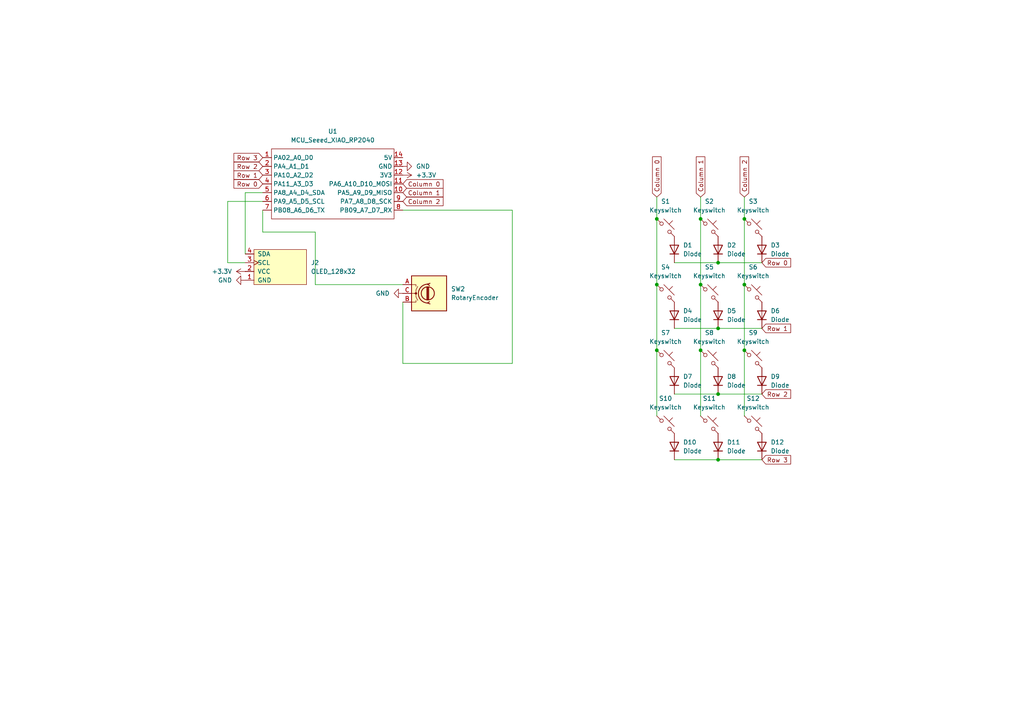
<source format=kicad_sch>
(kicad_sch (version 20231120) (generator "eeschema") (generator_version "8.0")
  (paper "A4")
  (lib_symbols
    (symbol "Device:RotaryEncoder" (pin_names (offset 0.254) hide)
      (property "Reference" "SW" (at 0 6.604 0))
      (property "Value" "RotaryEncoder" (at 0 -6.604 0))
      (symbol "RotaryEncoder_0_1"
        (rectangle (start -5.08 5.08) (end 5.08 -5.08) (stroke (width 0.254)) (fill (type background)))
        (circle (center -3.81 0) (radius 0.254) (fill (type outline)))
        (circle (center -0.381 0) (radius 1.905) (stroke (width 0.254)))
        (arc (start -0.381 2.667) (mid -3.0988 -0.0635) (end -0.381 -2.794) (stroke (width 0.254)))
        (polyline (pts (xy -0.635 -1.778) (xy -0.635 1.778)) (stroke (width 0.254)))
        (polyline (pts (xy -0.381 -1.778) (xy -0.381 1.778)) (stroke (width 0.254)))
        (polyline (pts (xy -0.127 1.778) (xy -0.127 -1.778)) (stroke (width 0.254)))
        (polyline (pts (xy -5.08 -2.54) (xy -3.81 -2.54) (xy -3.81 -2.032)))
        (polyline (pts (xy -5.08 2.54) (xy -3.81 2.54) (xy -3.81 2.032)))
        (polyline (pts (xy 0.254 -3.048) (xy -0.508 -2.794) (xy 0.127 -2.413)) (stroke (width 0.254)))
        (polyline (pts (xy 0.254 2.921) (xy -0.508 2.667) (xy 0.127 2.286)) (stroke (width 0.254)))
        (polyline (pts (xy -5.08 0) (xy -3.81 0) (xy -3.81 -1.016) (xy -3.302 -2.032)))
        (polyline (pts (xy -4.318 0) (xy -3.81 0) (xy -3.81 1.016) (xy -3.302 2.032)))
      )
      (symbol "RotaryEncoder_1_1"
        (pin passive line (at -7.62 2.54 0) (length 2.54) (name "A") (number "A"))
        (pin passive line (at -7.62 -2.54 0) (length 2.54) (name "B") (number "B"))
        (pin passive line (at -7.62 0 0) (length 2.54) (name "C") (number "C"))
      )
    )
    (symbol "ScottoKeebs:MCU_Seeed_XIAO_RP2040"
      (property "Reference" "U" (at -16.51 11.43 0))
      (property "Value" "MCU_Seeed_XIAO_RP2040" (at -3.81 -11.43 0))
      (symbol "MCU_Seeed_XIAO_RP2040_0_1"
        (rectangle (start -16.51 10.16) (end 19.05 -10.16))
      )
      (symbol "MCU_Seeed_XIAO_RP2040_1_1"
        (pin passive line (at -19.05 7.62 0) (length 2.54) (name "PA02_A0_D0") (number "1"))
        (pin passive line (at 21.59 -2.54 180) (length 2.54) (name "PA5_A9_D9_MISO") (number "10"))
        (pin passive line (at 21.59 0 180) (length 2.54) (name "PA6_A10_D10_MOSI") (number "11"))
        (pin passive line (at 21.59 2.54 180) (length 2.54) (name "3V3") (number "12"))
        (pin passive line (at 21.59 5.08 180) (length 2.54) (name "GND") (number "13"))
        (pin passive line (at 21.59 7.62 180) (length 2.54) (name "5V") (number "14"))
        (pin passive line (at -19.05 5.08 0) (length 2.54) (name "PA4_A1_D1") (number "2"))
        (pin passive line (at -19.05 2.54 0) (length 2.54) (name "PA10_A2_D2") (number "3"))
        (pin passive line (at -19.05 0 0) (length 2.54) (name "PA11_A3_D3") (number "4"))
        (pin passive line (at -19.05 -2.54 0) (length 2.54) (name "PA8_A4_D4_SDA") (number "5"))
        (pin passive line (at -19.05 -5.08 0) (length 2.54) (name "PA9_A5_D5_SCL") (number "6"))
        (pin passive line (at -19.05 -7.62 0) (length 2.54) (name "PB08_A6_D6_TX") (number "7"))
        (pin passive line (at 21.59 -7.62 180) (length 2.54) (name "PB09_A7_D7_RX") (number "8"))
        (pin passive line (at 21.59 -5.08 180) (length 2.54) (name "PA7_A8_D8_SCK") (number "9"))
      )
    )
    (symbol "ScottoKeebs:OLED_128x32" (pin_names (offset 1.016))
      (property "Reference" "J" (at 0 -6.35 0))
      (property "Value" "OLED_128x32" (at 0 6.35 0))
      (symbol "OLED_128x32_0_1"
        (rectangle (start 0 5.08) (end 15.24 -5.08) (fill (type background)))
      )
      (symbol "OLED_128x32_1_1"
        (pin power_in line (at -2.54 -3.81 0) (length 2.54) (name "GND") (number "1"))
        (pin power_in line (at -2.54 -1.27 0) (length 2.54) (name "VCC") (number "2"))
        (pin input clock (at -2.54 1.27 0) (length 2.54) (name "SCL") (number "3"))
        (pin bidirectional line (at -2.54 3.81 0) (length 2.54) (name "SDA") (number "4"))
      )
    )
    (symbol "ScottoKeebs:Placeholder_Diode" (pin_numbers hide) (pin_names hide)
      (property "Reference" "D" (at 0 2.54 0))
      (property "Value" "Diode" (at 0 -2.54 0))
      (symbol "Placeholder_Diode_0_1"
        (polyline (pts (xy -1.27 1.27) (xy -1.27 -1.27)) (stroke (width 0.254)))
        (polyline (pts (xy 1.27 0) (xy -1.27 0)))
        (polyline (pts (xy 1.27 1.27) (xy 1.27 -1.27) (xy -1.27 0) (xy 1.27 1.27)) (stroke (width 0.254)))
      )
      (symbol "Placeholder_Diode_1_1"
        (pin passive line (at -3.81 0 0) (length 2.54) (name "K") (number "1"))
        (pin passive line (at 3.81 0 180) (length 2.54) (name "A") (number "2"))
      )
    )
    (symbol "ScottoKeebs:Placeholder_Keyswitch" (pin_numbers hide) (pin_names (offset 1.016) hide)
      (property "Reference" "S" (at 3.048 1.016 0))
      (property "Value" "Keyswitch" (at 0 -3.81 0))
      (symbol "Placeholder_Keyswitch_0_1"
        (circle (center -1.1684 1.1684) (radius 0.508))
        (polyline (pts (xy -0.508 2.54) (xy 2.54 -0.508)))
        (polyline (pts (xy 1.016 1.016) (xy 2.032 2.032)))
        (polyline (pts (xy -2.54 2.54) (xy -1.524 1.524) (xy -1.524 1.524)))
        (polyline (pts (xy 1.524 -1.524) (xy 2.54 -2.54) (xy 2.54 -2.54) (xy 2.54 -2.54)))
        (circle (center 1.143 -1.1938) (radius 0.508))
        (pin passive line (at -2.54 2.54 0) (length 0) (name "1") (number "1"))
        (pin passive line (at 2.54 -2.54 180) (length 0) (name "2") (number "2"))
      )
    )
    (symbol "power:+3.3V" (power) (pin_numbers hide) (pin_names (offset 0) hide)
      (property "Value" "+3.3V" (at 0 3.556 0))
      (symbol "+3.3V_0_1"
        (polyline (pts (xy -0.762 1.27) (xy 0 2.54)))
        (polyline (pts (xy 0 0) (xy 0 2.54)))
        (polyline (pts (xy 0 2.54) (xy 0.762 1.27)))
      )
      (symbol "+3.3V_1_1"
        (pin power_in line (at 0 0 90) (length 0) (name "~") (number "1"))
      )
    )
    (symbol "power:GND" (power) (pin_numbers hide) (pin_names (offset 0) hide)
      (property "Value" "GND" (at 0 -3.81 0))
      (symbol "GND_0_1"
        (polyline (pts (xy 0 0) (xy 0 -1.27) (xy 1.27 -1.27) (xy 0 -2.54) (xy -1.27 -1.27) (xy 0 -1.27)))
      )
      (symbol "GND_1_1"
        (pin power_in line (at 0 0 270) (length 0) (name "~") (number "1"))
      )
    )
  )
  (junction (at 190.5 82.55))
  (junction (at 208.28 133.35))
  (junction (at 208.28 114.3))
  (junction (at 190.5 63.5))
  (junction (at 208.28 76.2))
  (junction (at 215.9 63.5))
  (junction (at 215.9 101.6))
  (junction (at 215.9 82.55))
  (junction (at 203.2 82.55))
  (junction (at 203.2 63.5))
  (junction (at 208.28 95.25))
  (junction (at 190.5 101.6))
  (junction (at 203.2 101.6))
  (wire (pts (xy 190.5 101.6) (xy 190.5 120.65)))
  (wire (pts (xy 190.5 57.15) (xy 190.5 63.5)))
  (wire (pts (xy 195.58 133.35) (xy 208.28 133.35)))
  (wire (pts (xy 190.5 63.5) (xy 190.5 82.55)))
  (wire (pts (xy 195.58 95.25) (xy 208.28 95.25)))
  (wire (pts (xy 208.28 76.2) (xy 220.98 76.2)))
  (wire (pts (xy 148.59 105.41) (xy 148.59 60.96)))
  (wire (pts (xy 215.9 101.6) (xy 215.9 120.65)))
  (wire (pts (xy 208.28 95.25) (xy 220.98 95.25)))
  (wire (pts (xy 91.44 67.31) (xy 76.2 67.31)))
  (wire (pts (xy 76.2 67.31) (xy 76.2 60.96)))
  (wire (pts (xy 203.2 82.55) (xy 203.2 101.6)))
  (wire (pts (xy 66.04 58.42) (xy 76.2 58.42)))
  (wire (pts (xy 215.9 57.15) (xy 215.9 63.5)))
  (wire (pts (xy 66.04 76.2) (xy 66.04 58.42)))
  (wire (pts (xy 148.59 60.96) (xy 116.84 60.96)))
  (wire (pts (xy 203.2 63.5) (xy 203.2 82.55)))
  (wire (pts (xy 71.12 55.88) (xy 76.2 55.88)))
  (wire (pts (xy 91.44 82.55) (xy 91.44 67.31)))
  (wire (pts (xy 116.84 105.41) (xy 148.59 105.41)))
  (wire (pts (xy 208.28 114.3) (xy 220.98 114.3)))
  (wire (pts (xy 195.58 114.3) (xy 208.28 114.3)))
  (wire (pts (xy 195.58 76.2) (xy 208.28 76.2)))
  (wire (pts (xy 208.28 133.35) (xy 220.98 133.35)))
  (wire (pts (xy 71.12 73.66) (xy 71.12 55.88)))
  (wire (pts (xy 215.9 63.5) (xy 215.9 82.55)))
  (wire (pts (xy 71.12 76.2) (xy 66.04 76.2)))
  (wire (pts (xy 190.5 82.55) (xy 190.5 101.6)))
  (wire (pts (xy 91.44 82.55) (xy 116.84 82.55)))
  (wire (pts (xy 116.84 87.63) (xy 116.84 105.41)))
  (wire (pts (xy 215.9 82.55) (xy 215.9 101.6)))
  (wire (pts (xy 203.2 101.6) (xy 203.2 120.65)))
  (wire (pts (xy 203.2 57.15) (xy 203.2 63.5)))
  (global_label "Row 3" (shape input) (at 220.98 133.35 0) (property "Intersheetrefs" "${INTERSHEET_REFS}" (effects (hide yes))))
  (global_label "Column 0" (shape input) (at 190.5 57.15 90) (property "Intersheetrefs" "${INTERSHEET_REFS}" (effects (hide yes))))
  (global_label "Column 1" (shape input) (at 203.2 57.15 90) (property "Intersheetrefs" "${INTERSHEET_REFS}" (effects (hide yes))))
  (global_label "Column 0" (shape input) (at 116.84 53.34 0) (property "Intersheetrefs" "${INTERSHEET_REFS}" (effects (hide yes))))
  (global_label "Row 3" (shape input) (at 76.2 45.72 180) (property "Intersheetrefs" "${INTERSHEET_REFS}" (effects (hide yes))))
  (global_label "Row 0" (shape input) (at 76.2 53.34 180) (property "Intersheetrefs" "${INTERSHEET_REFS}" (effects (hide yes))))
  (global_label "Column 2" (shape input) (at 116.84 58.42 0) (property "Intersheetrefs" "${INTERSHEET_REFS}" (effects (hide yes))))
  (global_label "Column 1" (shape input) (at 116.84 55.88 0) (property "Intersheetrefs" "${INTERSHEET_REFS}" (effects (hide yes))))
  (global_label "Row 2" (shape input) (at 220.98 114.3 0) (property "Intersheetrefs" "${INTERSHEET_REFS}" (effects (hide yes))))
  (global_label "Row 2" (shape input) (at 76.2 48.26 180) (property "Intersheetrefs" "${INTERSHEET_REFS}" (effects (hide yes))))
  (global_label "Row 1" (shape input) (at 220.98 95.25 0) (property "Intersheetrefs" "${INTERSHEET_REFS}" (effects (hide yes))))
  (global_label "Row 0" (shape input) (at 220.98 76.2 0) (property "Intersheetrefs" "${INTERSHEET_REFS}" (effects (hide yes))))
  (global_label "Column 2" (shape input) (at 215.9 57.15 90) (property "Intersheetrefs" "${INTERSHEET_REFS}" (effects (hide yes))))
  (global_label "Row 1" (shape input) (at 76.2 50.8 180) (property "Intersheetrefs" "${INTERSHEET_REFS}" (effects (hide yes))))
  (symbol (lib_id "ScottoKeebs:Placeholder_Keyswitch") (at 193.04 104.14 0) (unit 1)
    (property "Reference" "S7" (at 193.04 96.52 0))
    (property "Value" "Keyswitch" (at 193.04 99.06 0))
    (property "Footprint" "ScottoKeebs_MX:MX_PCB_1.00u" (effects (hide yes)))
    (property "Description" "Push button switch, normally open, two pins, 45° tilted" (effects (hide yes)))
  )
  (symbol (lib_id "ScottoKeebs:Placeholder_Diode") (at 195.58 91.44 90) (unit 1)
    (property "Reference" "D4" (at 198.12 90.1699 90) (effects (justify right)))
    (property "Value" "Diode" (at 198.12 92.7099 90) (effects (justify right)))
    (property "Footprint" "ScottoKeebs_Components:Diode_DO-35" (effects (hide yes)))
    (property "Description" "1N4148 (DO-35) or 1N4148W (SOD-123)" (effects (hide yes)))
    (property "Sim.Device" "D" (effects (hide yes)))
    (property "Sim.Pins" "1=K 2=A" (effects (hide yes)))
  )
  (symbol (lib_id "ScottoKeebs:Placeholder_Keyswitch") (at 193.04 123.19 0) (unit 1)
    (property "Reference" "S10" (at 193.04 115.57 0))
    (property "Value" "Keyswitch" (at 193.04 118.11 0))
    (property "Footprint" "ScottoKeebs_MX:MX_PCB_1.00u" (effects (hide yes)))
    (property "Description" "Push button switch, normally open, two pins, 45° tilted" (effects (hide yes)))
  )
  (symbol (lib_id "ScottoKeebs:Placeholder_Keyswitch") (at 205.74 104.14 0) (unit 1)
    (property "Reference" "S8" (at 205.74 96.52 0))
    (property "Value" "Keyswitch" (at 205.74 99.06 0))
    (property "Footprint" "ScottoKeebs_MX:MX_PCB_1.00u" (effects (hide yes)))
    (property "Description" "Push button switch, normally open, two pins, 45° tilted" (effects (hide yes)))
  )
  (symbol (lib_id "ScottoKeebs:Placeholder_Keyswitch") (at 205.74 123.19 0) (unit 1)
    (property "Reference" "S11" (at 205.74 115.57 0))
    (property "Value" "Keyswitch" (at 205.74 118.11 0))
    (property "Footprint" "ScottoKeebs_MX:MX_PCB_1.00u" (effects (hide yes)))
    (property "Description" "Push button switch, normally open, two pins, 45° tilted" (effects (hide yes)))
  )
  (symbol (lib_id "ScottoKeebs:Placeholder_Keyswitch") (at 193.04 85.09 0) (unit 1)
    (property "Reference" "S4" (at 193.04 77.47 0))
    (property "Value" "Keyswitch" (at 193.04 80.01 0))
    (property "Footprint" "ScottoKeebs_MX:MX_PCB_1.00u" (effects (hide yes)))
    (property "Description" "Push button switch, normally open, two pins, 45° tilted" (effects (hide yes)))
  )
  (symbol (lib_id "ScottoKeebs:Placeholder_Diode") (at 220.98 110.49 90) (unit 1)
    (property "Reference" "D9" (at 223.52 109.2199 90) (effects (justify right)))
    (property "Value" "Diode" (at 223.52 111.7599 90) (effects (justify right)))
    (property "Footprint" "ScottoKeebs_Components:Diode_DO-35" (effects (hide yes)))
    (property "Description" "1N4148 (DO-35) or 1N4148W (SOD-123)" (effects (hide yes)))
    (property "Sim.Device" "D" (effects (hide yes)))
    (property "Sim.Pins" "1=K 2=A" (effects (hide yes)))
  )
  (symbol (lib_id "ScottoKeebs:Placeholder_Diode") (at 220.98 129.54 90) (unit 1)
    (property "Reference" "D12" (at 223.52 128.2699 90) (effects (justify right)))
    (property "Value" "Diode" (at 223.52 130.8099 90) (effects (justify right)))
    (property "Footprint" "ScottoKeebs_Components:Diode_DO-35" (effects (hide yes)))
    (property "Description" "1N4148 (DO-35) or 1N4148W (SOD-123)" (effects (hide yes)))
    (property "Sim.Device" "D" (effects (hide yes)))
    (property "Sim.Pins" "1=K 2=A" (effects (hide yes)))
  )
  (symbol (lib_id "power:GND") (at 71.12 81.28 270) (unit 1)
    (property "Reference" "#PWR02" (effects (hide yes)))
    (property "Value" "GND" (at 67.31 81.2799 90) (effects (justify right)))
    (property "Description" "Power symbol creates a global label with name \"GND\" , ground" (effects (hide yes)))
  )
  (symbol (lib_id "ScottoKeebs:Placeholder_Keyswitch") (at 218.44 104.14 0) (unit 1)
    (property "Reference" "S9" (at 218.44 96.52 0))
    (property "Value" "Keyswitch" (at 218.44 99.06 0))
    (property "Footprint" "ScottoKeebs_MX:MX_PCB_1.00u" (effects (hide yes)))
    (property "Description" "Push button switch, normally open, two pins, 45° tilted" (effects (hide yes)))
  )
  (symbol (lib_id "power:GND") (at 116.84 48.26 90) (unit 1)
    (property "Reference" "#PWR03" (effects (hide yes)))
    (property "Value" "GND" (at 120.65 48.2599 90) (effects (justify right)))
    (property "Description" "Power symbol creates a global label with name \"GND\" , ground" (effects (hide yes)))
  )
  (symbol (lib_id "ScottoKeebs:Placeholder_Keyswitch") (at 218.44 66.04 0) (unit 1)
    (property "Reference" "S3" (at 218.44 58.42 0))
    (property "Value" "Keyswitch" (at 218.44 60.96 0))
    (property "Footprint" "ScottoKeebs_MX:MX_PCB_1.00u" (effects (hide yes)))
    (property "Description" "Push button switch, normally open, two pins, 45° tilted" (effects (hide yes)))
  )
  (symbol (lib_id "ScottoKeebs:Placeholder_Diode") (at 208.28 110.49 90) (unit 1)
    (property "Reference" "D8" (at 210.82 109.2199 90) (effects (justify right)))
    (property "Value" "Diode" (at 210.82 111.7599 90) (effects (justify right)))
    (property "Footprint" "ScottoKeebs_Components:Diode_DO-35" (effects (hide yes)))
    (property "Description" "1N4148 (DO-35) or 1N4148W (SOD-123)" (effects (hide yes)))
    (property "Sim.Device" "D" (effects (hide yes)))
    (property "Sim.Pins" "1=K 2=A" (effects (hide yes)))
  )
  (symbol (lib_id "ScottoKeebs:Placeholder_Diode") (at 208.28 129.54 90) (unit 1)
    (property "Reference" "D11" (at 210.82 128.2699 90) (effects (justify right)))
    (property "Value" "Diode" (at 210.82 130.8099 90) (effects (justify right)))
    (property "Footprint" "ScottoKeebs_Components:Diode_DO-35" (effects (hide yes)))
    (property "Description" "1N4148 (DO-35) or 1N4148W (SOD-123)" (effects (hide yes)))
    (property "Sim.Device" "D" (effects (hide yes)))
    (property "Sim.Pins" "1=K 2=A" (effects (hide yes)))
  )
  (symbol (lib_id "ScottoKeebs:Placeholder_Keyswitch") (at 205.74 66.04 0) (unit 1)
    (property "Reference" "S2" (at 205.74 58.42 0))
    (property "Value" "Keyswitch" (at 205.74 60.96 0))
    (property "Footprint" "ScottoKeebs_MX:MX_PCB_1.00u" (effects (hide yes)))
    (property "Description" "Push button switch, normally open, two pins, 45° tilted" (effects (hide yes)))
  )
  (symbol (lib_id "power:+3.3V") (at 71.12 78.74 90) (unit 1)
    (property "Reference" "#PWR01" (effects (hide yes)))
    (property "Value" "+3.3V" (at 67.31 78.7399 90) (effects (justify left)))
    (property "Description" "Power symbol creates a global label with name \"+3.3V\"" (effects (hide yes)))
  )
  (symbol (lib_id "power:GND") (at 116.84 85.09 270) (unit 1)
    (property "Reference" "#PWR05" (effects (hide yes)))
    (property "Value" "GND" (at 113.03 85.0899 90) (effects (justify right)))
    (property "Description" "Power symbol creates a global label with name \"GND\" , ground" (effects (hide yes)))
  )
  (symbol (lib_id "ScottoKeebs:OLED_128x32") (at 73.66 77.47 0) (unit 1)
    (property "Reference" "J2" (at 90.17 76.1999 0) (effects (justify left)))
    (property "Value" "OLED_128x32" (at 90.17 78.7399 0) (effects (justify left)))
    (property "Footprint" "ScottoKeebs_Components:OLED_128x32" (effects (hide yes)))
  )
  (symbol (lib_id "ScottoKeebs:Placeholder_Diode") (at 220.98 91.44 90) (unit 1)
    (property "Reference" "D6" (at 223.52 90.1699 90) (effects (justify right)))
    (property "Value" "Diode" (at 223.52 92.7099 90) (effects (justify right)))
    (property "Footprint" "ScottoKeebs_Components:Diode_DO-35" (effects (hide yes)))
    (property "Description" "1N4148 (DO-35) or 1N4148W (SOD-123)" (effects (hide yes)))
    (property "Sim.Device" "D" (effects (hide yes)))
    (property "Sim.Pins" "1=K 2=A" (effects (hide yes)))
  )
  (symbol (lib_id "ScottoKeebs:Placeholder_Keyswitch") (at 218.44 85.09 0) (unit 1)
    (property "Reference" "S6" (at 218.44 77.47 0))
    (property "Value" "Keyswitch" (at 218.44 80.01 0))
    (property "Footprint" "ScottoKeebs_MX:MX_PCB_1.00u" (effects (hide yes)))
    (property "Description" "Push button switch, normally open, two pins, 45° tilted" (effects (hide yes)))
  )
  (symbol (lib_id "power:+3.3V") (at 116.84 50.8 270) (unit 1)
    (property "Reference" "#PWR04" (effects (hide yes)))
    (property "Value" "+3.3V" (at 120.65 50.7999 90) (effects (justify left)))
    (property "Description" "Power symbol creates a global label with name \"+3.3V\"" (effects (hide yes)))
  )
  (symbol (lib_id "ScottoKeebs:Placeholder_Keyswitch") (at 218.44 123.19 0) (unit 1)
    (property "Reference" "S12" (at 218.44 115.57 0))
    (property "Value" "Keyswitch" (at 218.44 118.11 0))
    (property "Footprint" "ScottoKeebs_MX:MX_PCB_1.00u" (effects (hide yes)))
    (property "Description" "Push button switch, normally open, two pins, 45° tilted" (effects (hide yes)))
  )
  (symbol (lib_id "ScottoKeebs:Placeholder_Diode") (at 220.98 72.39 90) (unit 1)
    (property "Reference" "D3" (at 223.52 71.1199 90) (effects (justify right)))
    (property "Value" "Diode" (at 223.52 73.6599 90) (effects (justify right)))
    (property "Footprint" "ScottoKeebs_Components:Diode_DO-35" (effects (hide yes)))
    (property "Description" "1N4148 (DO-35) or 1N4148W (SOD-123)" (effects (hide yes)))
    (property "Sim.Device" "D" (effects (hide yes)))
    (property "Sim.Pins" "1=K 2=A" (effects (hide yes)))
  )
  (symbol (lib_id "ScottoKeebs:Placeholder_Diode") (at 208.28 72.39 90) (unit 1)
    (property "Reference" "D2" (at 210.82 71.1199 90) (effects (justify right)))
    (property "Value" "Diode" (at 210.82 73.6599 90) (effects (justify right)))
    (property "Footprint" "ScottoKeebs_Components:Diode_DO-35" (effects (hide yes)))
    (property "Description" "1N4148 (DO-35) or 1N4148W (SOD-123)" (effects (hide yes)))
    (property "Sim.Device" "D" (effects (hide yes)))
    (property "Sim.Pins" "1=K 2=A" (effects (hide yes)))
  )
  (symbol (lib_id "ScottoKeebs:Placeholder_Keyswitch") (at 205.74 85.09 0) (unit 1)
    (property "Reference" "S5" (at 205.74 77.47 0))
    (property "Value" "Keyswitch" (at 205.74 80.01 0))
    (property "Footprint" "ScottoKeebs_MX:MX_PCB_1.00u" (effects (hide yes)))
    (property "Description" "Push button switch, normally open, two pins, 45° tilted" (effects (hide yes)))
  )
  (symbol (lib_id "Device:RotaryEncoder") (at 124.46 85.09 0) (unit 1)
    (property "Reference" "SW2" (at 130.81 83.8199 0) (effects (justify left)))
    (property "Value" "RotaryEncoder" (at 130.81 86.3599 0) (effects (justify left)))
    (property "Footprint" "Rotary_Encoder:RotaryEncoder_Alps_EC11E_Vertical_H20mm" (effects (hide yes)))
    (property "Description" "Rotary encoder, dual channel, incremental quadrate outputs" (effects (hide yes)))
  )
  (symbol (lib_id "ScottoKeebs:Placeholder_Diode") (at 195.58 110.49 90) (unit 1)
    (property "Reference" "D7" (at 198.12 109.2199 90) (effects (justify right)))
    (property "Value" "Diode" (at 198.12 111.7599 90) (effects (justify right)))
    (property "Footprint" "ScottoKeebs_Components:Diode_DO-35" (effects (hide yes)))
    (property "Description" "1N4148 (DO-35) or 1N4148W (SOD-123)" (effects (hide yes)))
    (property "Sim.Device" "D" (effects (hide yes)))
    (property "Sim.Pins" "1=K 2=A" (effects (hide yes)))
  )
  (symbol (lib_id "ScottoKeebs:Placeholder_Keyswitch") (at 193.04 66.04 0) (unit 1)
    (property "Reference" "S1" (at 193.04 58.42 0))
    (property "Value" "Keyswitch" (at 193.04 60.96 0))
    (property "Footprint" "ScottoKeebs_MX:MX_PCB_1.00u" (effects (hide yes)))
    (property "Description" "Push button switch, normally open, two pins, 45° tilted" (effects (hide yes)))
  )
  (symbol (lib_id "ScottoKeebs:Placeholder_Diode") (at 208.28 91.44 90) (unit 1)
    (property "Reference" "D5" (at 210.82 90.1699 90) (effects (justify right)))
    (property "Value" "Diode" (at 210.82 92.7099 90) (effects (justify right)))
    (property "Footprint" "ScottoKeebs_Components:Diode_DO-35" (effects (hide yes)))
    (property "Description" "1N4148 (DO-35) or 1N4148W (SOD-123)" (effects (hide yes)))
    (property "Sim.Device" "D" (effects (hide yes)))
    (property "Sim.Pins" "1=K 2=A" (effects (hide yes)))
  )
  (symbol (lib_id "ScottoKeebs:Placeholder_Diode") (at 195.58 129.54 90) (unit 1)
    (property "Reference" "D10" (at 198.12 128.2699 90) (effects (justify right)))
    (property "Value" "Diode" (at 198.12 130.8099 90) (effects (justify right)))
    (property "Footprint" "ScottoKeebs_Components:Diode_DO-35" (effects (hide yes)))
    (property "Description" "1N4148 (DO-35) or 1N4148W (SOD-123)" (effects (hide yes)))
    (property "Sim.Device" "D" (effects (hide yes)))
    (property "Sim.Pins" "1=K 2=A" (effects (hide yes)))
  )
  (symbol (lib_id "ScottoKeebs:MCU_Seeed_XIAO_RP2040") (at 95.25 53.34 0) (unit 1)
    (property "Reference" "U1" (at 96.52 38.1 0))
    (property "Value" "MCU_Seeed_XIAO_RP2040" (at 96.52 40.64 0))
    (property "Footprint" "ScottoKeebs_MCU:Seeed_XIAO_RP2040" (effects (hide yes)))
  )
  (symbol (lib_id "ScottoKeebs:Placeholder_Diode") (at 195.58 72.39 90) (unit 1)
    (property "Reference" "D1" (at 198.12 71.1199 90) (effects (justify right)))
    (property "Value" "Diode" (at 198.12 73.6599 90) (effects (justify right)))
    (property "Footprint" "ScottoKeebs_Components:Diode_DO-35" (effects (hide yes)))
    (property "Description" "1N4148 (DO-35) or 1N4148W (SOD-123)" (effects (hide yes)))
    (property "Sim.Device" "D" (effects (hide yes)))
    (property "Sim.Pins" "1=K 2=A" (effects (hide yes)))
  )
)
</source>
